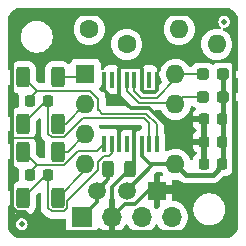
<source format=gtl>
G04 #@! TF.GenerationSoftware,KiCad,Pcbnew,8.0.2*
G04 #@! TF.CreationDate,2024-05-02T19:27:24+02:00*
G04 #@! TF.ProjectId,VR-Conditioner-MAX9926+reg,56522d43-6f6e-4646-9974-696f6e65722d,3.7*
G04 #@! TF.SameCoordinates,PX68c4118PY713e7a8*
G04 #@! TF.FileFunction,Copper,L1,Top*
G04 #@! TF.FilePolarity,Positive*
%FSLAX46Y46*%
G04 Gerber Fmt 4.6, Leading zero omitted, Abs format (unit mm)*
G04 Created by KiCad (PCBNEW 8.0.2) date 2024-05-02 19:27:24*
%MOMM*%
%LPD*%
G01*
G04 APERTURE LIST*
G04 Aperture macros list*
%AMRoundRect*
0 Rectangle with rounded corners*
0 $1 Rounding radius*
0 $2 $3 $4 $5 $6 $7 $8 $9 X,Y pos of 4 corners*
0 Add a 4 corners polygon primitive as box body*
4,1,4,$2,$3,$4,$5,$6,$7,$8,$9,$2,$3,0*
0 Add four circle primitives for the rounded corners*
1,1,$1+$1,$2,$3*
1,1,$1+$1,$4,$5*
1,1,$1+$1,$6,$7*
1,1,$1+$1,$8,$9*
0 Add four rect primitives between the rounded corners*
20,1,$1+$1,$2,$3,$4,$5,0*
20,1,$1+$1,$4,$5,$6,$7,0*
20,1,$1+$1,$6,$7,$8,$9,0*
20,1,$1+$1,$8,$9,$2,$3,0*%
G04 Aperture macros list end*
G04 #@! TA.AperFunction,ComponentPad*
%ADD10R,1.700000X1.700000*%
G04 #@! TD*
G04 #@! TA.AperFunction,ComponentPad*
%ADD11O,1.700000X1.700000*%
G04 #@! TD*
G04 #@! TA.AperFunction,SMDPad,CuDef*
%ADD12RoundRect,0.218750X0.218750X0.256250X-0.218750X0.256250X-0.218750X-0.256250X0.218750X-0.256250X0*%
G04 #@! TD*
G04 #@! TA.AperFunction,SMDPad,CuDef*
%ADD13RoundRect,0.218750X-0.218750X-0.256250X0.218750X-0.256250X0.218750X0.256250X-0.218750X0.256250X0*%
G04 #@! TD*
G04 #@! TA.AperFunction,SMDPad,CuDef*
%ADD14RoundRect,0.243750X-0.243750X-0.456250X0.243750X-0.456250X0.243750X0.456250X-0.243750X0.456250X0*%
G04 #@! TD*
G04 #@! TA.AperFunction,ComponentPad*
%ADD15R,1.500000X1.500000*%
G04 #@! TD*
G04 #@! TA.AperFunction,ComponentPad*
%ADD16C,1.500000*%
G04 #@! TD*
G04 #@! TA.AperFunction,ComponentPad*
%ADD17O,1.600000X1.600000*%
G04 #@! TD*
G04 #@! TA.AperFunction,ComponentPad*
%ADD18C,1.600000*%
G04 #@! TD*
G04 #@! TA.AperFunction,SMDPad,CuDef*
%ADD19R,0.354800X1.454899*%
G04 #@! TD*
G04 #@! TA.AperFunction,SMDPad,CuDef*
%ADD20RoundRect,0.237500X0.287500X0.237500X-0.287500X0.237500X-0.287500X-0.237500X0.287500X-0.237500X0*%
G04 #@! TD*
G04 #@! TA.AperFunction,ComponentPad*
%ADD21R,1.600000X1.600000*%
G04 #@! TD*
G04 #@! TA.AperFunction,SMDPad,CuDef*
%ADD22C,0.500000*%
G04 #@! TD*
G04 #@! TA.AperFunction,SMDPad,CuDef*
%ADD23RoundRect,0.250000X-0.312500X-0.625000X0.312500X-0.625000X0.312500X0.625000X-0.312500X0.625000X0*%
G04 #@! TD*
G04 #@! TA.AperFunction,ViaPad*
%ADD24C,0.600000*%
G04 #@! TD*
G04 #@! TA.AperFunction,Conductor*
%ADD25C,0.400000*%
G04 #@! TD*
G04 #@! TA.AperFunction,Conductor*
%ADD26C,0.300000*%
G04 #@! TD*
G04 #@! TA.AperFunction,Conductor*
%ADD27C,0.160000*%
G04 #@! TD*
G04 #@! TA.AperFunction,Conductor*
%ADD28C,0.200000*%
G04 #@! TD*
G04 APERTURE END LIST*
D10*
G04 #@! TO.P,J2,1,Pin_1*
G04 #@! TO.N,+12V*
X8890000Y4445000D03*
D11*
G04 #@! TO.P,J2,2,Pin_2*
G04 #@! TO.N,GND*
X11430000Y4445000D03*
G04 #@! TO.P,J2,3,Pin_3*
G04 #@! TO.N,/COUT2*
X13970000Y4445000D03*
G04 #@! TO.P,J2,4,Pin_4*
G04 #@! TO.N,/COUT1*
X16510000Y4445000D03*
G04 #@! TD*
D12*
G04 #@! TO.P,C20,2*
G04 #@! TO.N,Net-(U1-IN2+)*
X4483000Y8001000D03*
G04 #@! TO.P,C20,1*
G04 #@! TO.N,Net-(U1-IN2-)*
X6058000Y8001000D03*
G04 #@! TD*
D13*
G04 #@! TO.P,C10,2*
G04 #@! TO.N,Net-(U1-IN1-)*
X6058000Y14287500D03*
G04 #@! TO.P,C10,1*
G04 #@! TO.N,Net-(U1-IN1+)*
X4483000Y14287500D03*
G04 #@! TD*
D14*
G04 #@! TO.P,C4,2*
G04 #@! TO.N,GND*
X13002500Y8509000D03*
G04 #@! TO.P,C4,1*
G04 #@! TO.N,+12V*
X11127500Y8509000D03*
G04 #@! TD*
D12*
G04 #@! TO.P,C3,2*
G04 #@! TO.N,GND*
X19215000Y12700000D03*
G04 #@! TO.P,C3,1*
G04 #@! TO.N,VCC*
X20790000Y12700000D03*
G04 #@! TD*
G04 #@! TO.P,C2,2*
G04 #@! TO.N,GND*
X19215000Y10795000D03*
G04 #@! TO.P,C2,1*
G04 #@! TO.N,VCC*
X20790000Y10795000D03*
G04 #@! TD*
G04 #@! TO.P,C1,2*
G04 #@! TO.N,GND*
X19215000Y8890000D03*
G04 #@! TO.P,C1,1*
G04 #@! TO.N,VCC*
X20790000Y8890000D03*
G04 #@! TD*
D15*
G04 #@! TO.P,U2,1,GND*
G04 #@! TO.N,GND*
X15240000Y6650000D03*
D16*
G04 #@! TO.P,U2,3,VI*
G04 #@! TO.N,+12V*
X10160000Y6650000D03*
G04 #@! TO.P,U2,2,VO*
G04 #@! TO.N,VCC*
X12700000Y6650000D03*
G04 #@! TD*
D17*
G04 #@! TO.P,R23,2*
G04 #@! TO.N,Net-(J1-Pin_4)*
X20320000Y19050000D03*
D18*
G04 #@! TO.P,R23,1*
G04 #@! TO.N,Net-(J1-Pin_3)*
X12700000Y19050000D03*
G04 #@! TD*
D17*
G04 #@! TO.P,R13,2*
G04 #@! TO.N,Net-(J1-Pin_2)*
X17145000Y20320000D03*
D18*
G04 #@! TO.P,R13,1*
G04 #@! TO.N,Net-(J1-Pin_1)*
X9525000Y20320000D03*
G04 #@! TD*
D19*
G04 #@! TO.P,U1,16,IN1+*
G04 #@! TO.N,Net-(U1-IN1+)*
X15240000Y10613652D03*
G04 #@! TO.P,U1,15,IN1-*
G04 #@! TO.N,Net-(U1-IN1-)*
X14605000Y10613652D03*
G04 #@! TO.P,U1,14,VCC*
G04 #@! TO.N,VCC*
X13970000Y10613652D03*
G04 #@! TO.P,U1,13,ZERO_EN*
G04 #@! TO.N,GND*
X13335000Y10613652D03*
G04 #@! TO.P,U1,12,DIRN*
G04 #@! TO.N,unconnected-(U1-DIRN-Pad12)*
X12700000Y10613652D03*
G04 #@! TO.P,U1,11,GND*
G04 #@! TO.N,GND*
X12065000Y10613652D03*
G04 #@! TO.P,U1,10,IN2-*
G04 #@! TO.N,Net-(U1-IN2-)*
X11430000Y10613652D03*
G04 #@! TO.P,U1,9,IN2+*
G04 #@! TO.N,Net-(U1-IN2+)*
X10795000Y10613652D03*
G04 #@! TO.P,U1,8,INT_THRS2*
G04 #@! TO.N,GND*
X10795000Y16056348D03*
G04 #@! TO.P,U1,7,EXT2*
G04 #@! TO.N,unconnected-(U1-EXT2-Pad7)*
X11430000Y16056348D03*
G04 #@! TO.P,U1,6,BIAS2*
G04 #@! TO.N,GND*
X12065000Y16056348D03*
G04 #@! TO.P,U1,5,COUT2*
G04 #@! TO.N,/COUT2*
X12700000Y16056348D03*
G04 #@! TO.P,U1,4,COUT1*
G04 #@! TO.N,/COUT1*
X13335000Y16056348D03*
G04 #@! TO.P,U1,3,BIAS1*
G04 #@! TO.N,GND*
X13970000Y16056348D03*
G04 #@! TO.P,U1,2,EXT1*
G04 #@! TO.N,unconnected-(U1-EXT1-Pad2)*
X14605000Y16056348D03*
G04 #@! TO.P,U1,1,INT_THRS1*
G04 #@! TO.N,GND*
X15240000Y16056348D03*
G04 #@! TD*
D20*
G04 #@! TO.P,R20,2*
G04 #@! TO.N,/COUT2*
X19127500Y14605000D03*
G04 #@! TO.P,R20,1*
G04 #@! TO.N,VCC*
X20877500Y14605000D03*
G04 #@! TD*
G04 #@! TO.P,R10,2*
G04 #@! TO.N,/COUT1*
X19127500Y16510000D03*
G04 #@! TO.P,R10,1*
G04 #@! TO.N,VCC*
X20877500Y16510000D03*
G04 #@! TD*
D17*
G04 #@! TO.P,J1,8,Pin_8*
G04 #@! TO.N,/COUT1*
X16827500Y16510000D03*
G04 #@! TO.P,J1,4,Pin_4*
G04 #@! TO.N,Net-(J1-Pin_4)*
X9207500Y8890000D03*
G04 #@! TO.P,J1,7,Pin_7*
G04 #@! TO.N,/COUT2*
X16827500Y13970000D03*
G04 #@! TO.P,J1,3,Pin_3*
G04 #@! TO.N,Net-(J1-Pin_3)*
X9207500Y11430000D03*
G04 #@! TO.P,J1,6,Pin_6*
G04 #@! TO.N,GND*
X16827500Y11430000D03*
G04 #@! TO.P,J1,2,Pin_2*
G04 #@! TO.N,Net-(J1-Pin_2)*
X9207500Y13970000D03*
G04 #@! TO.P,J1,5,Pin_5*
G04 #@! TO.N,VCC*
X16827500Y8890000D03*
D21*
G04 #@! TO.P,J1,1,Pin_1*
G04 #@! TO.N,Net-(J1-Pin_1)*
X9207500Y16510000D03*
G04 #@! TD*
D22*
G04 #@! TO.P,FID2,*
G04 #@! TO.N,*
X20955000Y20955000D03*
G04 #@! TD*
G04 #@! TO.P,FID1,*
G04 #@! TO.N,*
X3810000Y3810000D03*
G04 #@! TD*
D23*
G04 #@! TO.P,R1,2*
G04 #@! TO.N,Net-(J1-Pin_2)*
X6860000Y12319000D03*
G04 #@! TO.P,R1,1*
G04 #@! TO.N,Net-(U1-IN1-)*
X3935000Y12319000D03*
G04 #@! TD*
G04 #@! TO.P,R2,1*
G04 #@! TO.N,Net-(U1-IN2-)*
X3935000Y6032500D03*
G04 #@! TO.P,R2,2*
G04 #@! TO.N,Net-(J1-Pin_4)*
X6860000Y6032500D03*
G04 #@! TD*
G04 #@! TO.P,R3,2*
G04 #@! TO.N,Net-(J1-Pin_3)*
X6860000Y9969500D03*
G04 #@! TO.P,R3,1*
G04 #@! TO.N,Net-(U1-IN2+)*
X3935000Y9969500D03*
G04 #@! TD*
G04 #@! TO.P,R12,1*
G04 #@! TO.N,Net-(U1-IN1+)*
X3935000Y16256000D03*
G04 #@! TO.P,R12,2*
G04 #@! TO.N,Net-(J1-Pin_1)*
X6860000Y16256000D03*
G04 #@! TD*
D24*
G04 #@! TO.N,GND*
X13652500Y11972990D03*
X19685000Y6985000D03*
X6985000Y19685000D03*
X7089999Y3914999D03*
X18415000Y19050000D03*
X5169010Y11138010D03*
G04 #@! TD*
D25*
G04 #@! TO.N,GND*
X19127500Y10795000D02*
X19127500Y12700000D01*
X19127500Y10795000D02*
X19127500Y8890000D01*
D26*
X12065000Y15156496D02*
X12065000Y16056348D01*
X15062401Y14978897D02*
X15240000Y15156496D01*
X14147599Y14978897D02*
X15062401Y14978897D01*
X15240000Y15156496D02*
X15240000Y16056348D01*
X13970000Y15156496D02*
X14147599Y14978897D01*
X13970000Y16056348D02*
X13970000Y15156496D01*
X12065000Y16956199D02*
X12242599Y17133798D01*
X13792401Y17133798D02*
X13970000Y16956199D01*
X12065000Y16056348D02*
X12065000Y16956199D01*
X13970000Y16956199D02*
X13970000Y16056348D01*
X12242599Y17133798D02*
X13792401Y17133798D01*
X13335000Y11641101D02*
X13335000Y10613652D01*
X17462500Y10795000D02*
X16827500Y11430000D01*
X19127500Y10795000D02*
X17462500Y10795000D01*
X13335000Y10613652D02*
X13335000Y11655490D01*
X13335000Y11655490D02*
X13652500Y11972990D01*
X12065000Y15156496D02*
X12065000Y15127489D01*
X13362497Y5549999D02*
X14462498Y6650000D01*
X12534999Y5549999D02*
X13362497Y5549999D01*
X11430000Y4445000D02*
X12534999Y5549999D01*
X19685000Y6985000D02*
X19685000Y6985000D01*
X13335000Y8841500D02*
X13002500Y8509000D01*
X13335000Y10613652D02*
X13335000Y8841500D01*
X11430000Y6936500D02*
X11430000Y4445000D01*
X13002500Y8509000D02*
X11430000Y6936500D01*
X12065000Y14605000D02*
X12065000Y14605000D01*
X12065000Y15156496D02*
X12065000Y14605000D01*
X11346496Y14605000D02*
X10795000Y15156496D01*
X10795000Y15156496D02*
X10795000Y16056348D01*
X12065000Y14605000D02*
X11346496Y14605000D01*
X6985000Y18415000D02*
X6985000Y19685000D01*
X6350000Y17780000D02*
X6985000Y18415000D01*
X3175000Y17780000D02*
X6350000Y17780000D01*
X3022490Y17627490D02*
X3175000Y17780000D01*
X6985000Y19685000D02*
X6985000Y20955000D01*
X6985000Y20955000D02*
X7620000Y21590000D01*
X7620000Y21590000D02*
X19050000Y21590000D01*
X19050000Y21590000D02*
X19685000Y20955000D01*
X21752510Y17617490D02*
X21752510Y7782510D01*
X20955000Y6985000D02*
X19685000Y6985000D01*
X21752510Y7782510D02*
X20955000Y6985000D01*
X21590000Y17780000D02*
X21752510Y17617490D01*
X3022490Y11138010D02*
X3022490Y17627490D01*
D27*
X4343510Y11138010D02*
X5169010Y11138010D01*
X4453540Y11138010D02*
X4343510Y11138010D01*
X4343510Y11138010D02*
X3022490Y11138010D01*
X5169010Y11138010D02*
X5169010Y11138010D01*
D26*
X13032979Y13637021D02*
X14620479Y13637021D01*
X14620479Y13637021D02*
X14732000Y13525500D01*
X12065000Y14605000D02*
X13032979Y13637021D01*
X14732000Y13525500D02*
X16827500Y11430000D01*
X21018500Y3175000D02*
X21590000Y3746500D01*
X4730750Y3333750D02*
X4889500Y3175000D01*
X4082510Y4807490D02*
X4730750Y4159250D01*
X4889500Y3175000D02*
X21018500Y3175000D01*
X3373964Y4807490D02*
X4082510Y4807490D01*
X3022490Y5158964D02*
X3373964Y4807490D01*
X4730750Y4159250D02*
X4730750Y3333750D01*
X3022490Y11138010D02*
X3022490Y5158964D01*
X12065000Y11641101D02*
X12396889Y11972990D01*
X12396889Y11972990D02*
X12792010Y11972990D01*
X12792010Y11972990D02*
X12607990Y11972990D01*
X12065000Y10613652D02*
X12065000Y11641101D01*
X13652500Y11972990D02*
X12792010Y11972990D01*
X15575000Y6985000D02*
X15240000Y6650000D01*
X19685000Y6985000D02*
X15575000Y6985000D01*
X15240000Y6650000D02*
X14462498Y6650000D01*
D28*
G04 #@! TO.N,VCC*
X20877500Y12700000D02*
X20877500Y12545000D01*
D25*
X20877500Y16510000D02*
X20877500Y14605000D01*
X20877500Y14605000D02*
X20877500Y12700000D01*
X20877500Y12700000D02*
X20877500Y10795000D01*
X20877500Y10795000D02*
X20877500Y8890000D01*
D28*
X16827500Y8890000D02*
X17227510Y8489990D01*
D25*
X20877500Y8890000D02*
X20002490Y8014990D01*
D26*
X16321498Y8890000D02*
X16827500Y8890000D01*
X15257500Y8890000D02*
X16827500Y8890000D01*
D25*
X17702510Y8014990D02*
X16827500Y8890000D01*
X20002490Y8014990D02*
X17702510Y8014990D01*
D26*
X14940000Y8890000D02*
X15240000Y8890000D01*
X12700000Y6650000D02*
X14940000Y8890000D01*
X15240000Y8890000D02*
X16827500Y8890000D01*
X14666203Y8890000D02*
X14940000Y8890000D01*
X13970000Y9586203D02*
X14666203Y8890000D01*
X13970000Y10613652D02*
X13970000Y9586203D01*
D28*
G04 #@! TO.N,Net-(U1-IN1-)*
X14605000Y10613652D02*
X14605000Y12382500D01*
X14605000Y12382500D02*
X14160500Y12827000D01*
X5903500Y14287500D02*
X3935000Y12319000D01*
X6058000Y14287500D02*
X5903500Y14287500D01*
X14160500Y12827000D02*
X10033000Y12827000D01*
X10033000Y12827000D02*
X9017000Y12827000D01*
X7383756Y11183990D02*
X9026766Y12827000D01*
X6037490Y11482744D02*
X6336244Y11183990D01*
X9026766Y12827000D02*
X10033000Y12827000D01*
X6336244Y11183990D02*
X7383756Y11183990D01*
X6037490Y13155256D02*
X6037490Y11482744D01*
X6058000Y13175766D02*
X6037490Y13155256D01*
X6058000Y14287500D02*
X6058000Y13175766D01*
G04 #@! TO.N,Net-(U1-IN1+)*
X4483000Y15708000D02*
X3935000Y16256000D01*
X3935000Y16256000D02*
X5070010Y15120990D01*
X4483000Y14533980D02*
X5070010Y15120990D01*
X4483000Y14287500D02*
X4483000Y14533980D01*
X14309621Y13187011D02*
X15240000Y12256632D01*
X10307989Y13482989D02*
X10351033Y13482989D01*
X10307989Y14438313D02*
X10307989Y13482989D01*
X15240000Y12256632D02*
X15240000Y10613652D01*
X9625312Y15120990D02*
X10307989Y14438313D01*
X10647011Y13187011D02*
X14309621Y13187011D01*
X10351033Y13482989D02*
X10647011Y13187011D01*
X5070010Y15120990D02*
X9625312Y15120990D01*
G04 #@! TO.N,Net-(U1-IN2+)*
X10795000Y10613652D02*
X10214348Y10033000D01*
X4292500Y9612000D02*
X3935000Y9969500D01*
X10214348Y10033000D02*
X8582266Y10033000D01*
X7383756Y8834490D02*
X7529633Y8980367D01*
X5070010Y8834490D02*
X7383756Y8834490D01*
X4729750Y9174750D02*
X5070010Y8834490D01*
X3935000Y9969500D02*
X4729750Y9174750D01*
X8582266Y10033000D02*
X7529633Y8980367D01*
X4483000Y8247480D02*
X5070010Y8834490D01*
X4483000Y8001000D02*
X4483000Y8247480D01*
G04 #@! TO.N,Net-(U1-IN2-)*
X5903500Y8001000D02*
X3935000Y6032500D01*
X6058000Y8001000D02*
X5903500Y8001000D01*
X7383756Y4897490D02*
X7682510Y5196244D01*
X10775707Y9626201D02*
X11180401Y9626201D01*
X11430000Y9875800D02*
X11430000Y10613652D01*
X10267501Y9117995D02*
X10775707Y9626201D01*
X6058000Y8001000D02*
X6058000Y6889266D01*
X7682510Y5196244D02*
X7682510Y5777510D01*
X6336244Y4897490D02*
X7383756Y4897490D01*
X6037490Y5196244D02*
X6336244Y4897490D01*
X10267501Y8362501D02*
X10267501Y9117995D01*
X11180401Y9626201D02*
X11430000Y9875800D01*
X6037490Y6868756D02*
X6037490Y5196244D01*
X6058000Y6889266D02*
X6037490Y6868756D01*
X7682510Y5777510D02*
X10267501Y8362501D01*
G04 #@! TO.N,Net-(J1-Pin_4)*
X9207500Y8380000D02*
X9207500Y8890000D01*
X6860000Y6032500D02*
X9207500Y8380000D01*
D27*
G04 #@! TO.N,Net-(J1-Pin_3)*
X7747000Y9969500D02*
X9207500Y11430000D01*
X6860000Y9969500D02*
X7747000Y9969500D01*
D28*
G04 #@! TO.N,Net-(J1-Pin_2)*
X7556500Y12319000D02*
X9207500Y13970000D01*
X6860000Y12319000D02*
X7556500Y12319000D01*
G04 #@! TO.N,Net-(J1-Pin_1)*
X8953500Y16256000D02*
X9207500Y16510000D01*
X6860000Y16256000D02*
X8953500Y16256000D01*
D27*
G04 #@! TO.N,/COUT1*
X16827500Y16234996D02*
X16827500Y16510000D01*
D28*
X13935012Y14528887D02*
X15248802Y14528888D01*
X15248802Y14528888D02*
X16827500Y16107586D01*
X13335000Y15128899D02*
X13935012Y14528887D01*
X16827500Y16107586D02*
X16827500Y16510000D01*
X13335000Y16056348D02*
X13335000Y15128899D01*
X19127500Y16510000D02*
X16827500Y16510000D01*
G04 #@! TO.N,/COUT2*
X17462500Y14605000D02*
X16827500Y13970000D01*
X19127500Y14605000D02*
X17462500Y14605000D01*
X12700000Y15128899D02*
X13741866Y14087033D01*
X16710467Y14087033D02*
X16827500Y13970000D01*
X12700000Y16056348D02*
X12700000Y15128899D01*
X13741866Y14087033D02*
X16710467Y14087033D01*
D26*
G04 #@! TO.N,+12V*
X10160000Y5715000D02*
X8890000Y4445000D01*
X10160000Y6650000D02*
X10160000Y5715000D01*
X11127500Y7617500D02*
X10160000Y6650000D01*
X11127500Y8509000D02*
X11127500Y7617500D01*
G04 #@! TD*
G04 #@! TA.AperFunction,Conductor*
G04 #@! TO.N,GND*
G36*
X22067139Y14306185D02*
G01*
X22124116Y14263828D01*
X22149148Y14197390D01*
X22149500Y14187983D01*
X22149500Y3814956D01*
X22149112Y3805070D01*
X22135571Y3633025D01*
X22132478Y3613497D01*
X22093351Y3450521D01*
X22087241Y3431717D01*
X22023102Y3276872D01*
X22014126Y3259255D01*
X21926549Y3116342D01*
X21914927Y3100347D01*
X21806079Y2972902D01*
X21792098Y2958921D01*
X21664653Y2850073D01*
X21648658Y2838451D01*
X21505745Y2750874D01*
X21488128Y2741898D01*
X21333283Y2677759D01*
X21314479Y2671649D01*
X21151503Y2632522D01*
X21131975Y2629429D01*
X20959930Y2615888D01*
X20950044Y2615500D01*
X3814956Y2615500D01*
X3805070Y2615888D01*
X3633024Y2629429D01*
X3613496Y2632522D01*
X3450520Y2671649D01*
X3431716Y2677759D01*
X3276871Y2741898D01*
X3259254Y2750874D01*
X3116341Y2838451D01*
X3100346Y2850073D01*
X2972901Y2958921D01*
X2958920Y2972902D01*
X2861898Y3086500D01*
X2850070Y3100349D01*
X2838450Y3116342D01*
X2789232Y3196658D01*
X2750872Y3259256D01*
X2741897Y3276872D01*
X2730738Y3303811D01*
X2677757Y3431718D01*
X2671648Y3450521D01*
X2632521Y3613497D01*
X2629428Y3633025D01*
X2615888Y3805070D01*
X2615695Y3810000D01*
X3304353Y3810000D01*
X3324835Y3667543D01*
X3384623Y3536627D01*
X3467588Y3440879D01*
X3478873Y3427856D01*
X3539409Y3388952D01*
X3599947Y3350047D01*
X3738039Y3309500D01*
X3881961Y3309500D01*
X4020053Y3350047D01*
X4141128Y3427857D01*
X4235377Y3536627D01*
X4295165Y3667543D01*
X4315647Y3810000D01*
X4295165Y3952457D01*
X4235377Y4083373D01*
X4141128Y4192143D01*
X4141127Y4192144D01*
X4141126Y4192145D01*
X4020053Y4269953D01*
X3881961Y4310500D01*
X3738039Y4310500D01*
X3599946Y4269953D01*
X3478873Y4192145D01*
X3384623Y4083374D01*
X3347636Y4002384D01*
X3324835Y3952457D01*
X3304353Y3810000D01*
X2615695Y3810000D01*
X2615500Y3814956D01*
X2615500Y5316282D01*
X2635502Y5384403D01*
X2689158Y5430896D01*
X2759432Y5441000D01*
X2824012Y5411506D01*
X2862396Y5351780D01*
X2866848Y5329087D01*
X2874612Y5253075D01*
X2930385Y5084762D01*
X3023470Y4933848D01*
X3023475Y4933842D01*
X3148841Y4808476D01*
X3148847Y4808471D01*
X3148848Y4808470D01*
X3299762Y4715385D01*
X3468074Y4659613D01*
X3571955Y4649000D01*
X4298044Y4649001D01*
X4401926Y4659613D01*
X4570238Y4715385D01*
X4721152Y4808470D01*
X4846530Y4933848D01*
X4939615Y5084762D01*
X4995387Y5253074D01*
X5006000Y5356955D01*
X5005999Y6190761D01*
X5026001Y6258881D01*
X5042904Y6279855D01*
X5213895Y6450846D01*
X5276207Y6484872D01*
X5347022Y6479807D01*
X5403858Y6437260D01*
X5428669Y6370740D01*
X5428990Y6361751D01*
X5428990Y5276354D01*
X5428990Y5116134D01*
X5470458Y4961371D01*
X5470459Y4961369D01*
X5470460Y4961367D01*
X5550565Y4822621D01*
X5550573Y4822611D01*
X5962610Y4410574D01*
X5962615Y4410570D01*
X5962617Y4410568D01*
X6101371Y4330458D01*
X6175856Y4310500D01*
X6256133Y4288990D01*
X6256134Y4288990D01*
X7405500Y4288990D01*
X7473621Y4268988D01*
X7520114Y4215332D01*
X7531500Y4162990D01*
X7531500Y3546351D01*
X7538009Y3485804D01*
X7538011Y3485796D01*
X7589110Y3348798D01*
X7589112Y3348793D01*
X7676738Y3231739D01*
X7793792Y3144113D01*
X7793794Y3144112D01*
X7793796Y3144111D01*
X7847600Y3124043D01*
X7930795Y3093012D01*
X7930803Y3093010D01*
X7991350Y3086501D01*
X7991355Y3086501D01*
X7991362Y3086500D01*
X7991368Y3086500D01*
X9788632Y3086500D01*
X9788638Y3086500D01*
X9788645Y3086501D01*
X9788649Y3086501D01*
X9849196Y3093010D01*
X9849199Y3093011D01*
X9849201Y3093011D01*
X9986204Y3144111D01*
X10056399Y3196658D01*
X10103261Y3231739D01*
X10190886Y3348792D01*
X10190885Y3348792D01*
X10190889Y3348796D01*
X10235196Y3467587D01*
X10277741Y3524419D01*
X10344262Y3549230D01*
X10413636Y3534138D01*
X10445952Y3508888D01*
X10507097Y3442466D01*
X10684698Y3304233D01*
X10684699Y3304232D01*
X10882628Y3197118D01*
X10882630Y3197117D01*
X11095483Y3124045D01*
X11095492Y3124043D01*
X11176000Y3110609D01*
X11176000Y4014298D01*
X11237007Y3979075D01*
X11364174Y3945000D01*
X11495826Y3945000D01*
X11622993Y3979075D01*
X11684000Y4014298D01*
X11684000Y3110610D01*
X11764507Y3124043D01*
X11764516Y3124045D01*
X11977369Y3197117D01*
X11977371Y3197118D01*
X12175300Y3304232D01*
X12175301Y3304233D01*
X12352902Y3442466D01*
X12505327Y3608045D01*
X12594217Y3744101D01*
X12648220Y3790190D01*
X12718568Y3799765D01*
X12782925Y3769788D01*
X12805183Y3744102D01*
X12894279Y3607730D01*
X13046762Y3442092D01*
X13101331Y3399619D01*
X13224424Y3303811D01*
X13422426Y3196658D01*
X13422427Y3196658D01*
X13422428Y3196657D01*
X13534227Y3158277D01*
X13635365Y3123556D01*
X13857431Y3086500D01*
X13857435Y3086500D01*
X14082565Y3086500D01*
X14082569Y3086500D01*
X14304635Y3123556D01*
X14517574Y3196658D01*
X14715576Y3303811D01*
X14893240Y3442094D01*
X15045722Y3607732D01*
X15045927Y3608045D01*
X15084799Y3667544D01*
X15134518Y3743646D01*
X15188520Y3789732D01*
X15258868Y3799308D01*
X15323225Y3769331D01*
X15345480Y3743647D01*
X15371313Y3704107D01*
X15434275Y3607735D01*
X15434279Y3607730D01*
X15586762Y3442092D01*
X15641331Y3399619D01*
X15764424Y3303811D01*
X15962426Y3196658D01*
X15962427Y3196658D01*
X15962428Y3196657D01*
X16074227Y3158277D01*
X16175365Y3123556D01*
X16397431Y3086500D01*
X16397435Y3086500D01*
X16622565Y3086500D01*
X16622569Y3086500D01*
X16844635Y3123556D01*
X17057574Y3196658D01*
X17255576Y3303811D01*
X17433240Y3442094D01*
X17585722Y3607732D01*
X17585927Y3608045D01*
X17648687Y3704107D01*
X17708860Y3796209D01*
X17799296Y4002384D01*
X17854564Y4220632D01*
X17873156Y4445000D01*
X17854564Y4669368D01*
X17830662Y4763754D01*
X17799297Y4887613D01*
X17799296Y4887614D01*
X17799296Y4887616D01*
X17708860Y5093791D01*
X17694261Y5116136D01*
X17648430Y5186287D01*
X18334500Y5186287D01*
X18334500Y4973713D01*
X18367754Y4763757D01*
X18433443Y4561588D01*
X18529949Y4372184D01*
X18529951Y4372181D01*
X18560840Y4329666D01*
X18654896Y4200208D01*
X18654898Y4200206D01*
X18654900Y4200203D01*
X18805202Y4049901D01*
X18805205Y4049899D01*
X18805208Y4049896D01*
X18977184Y3924949D01*
X19166588Y3828443D01*
X19368757Y3762754D01*
X19578713Y3729500D01*
X19578716Y3729500D01*
X19791284Y3729500D01*
X19791287Y3729500D01*
X20001243Y3762754D01*
X20203412Y3828443D01*
X20392816Y3924949D01*
X20564792Y4049896D01*
X20715104Y4200208D01*
X20840051Y4372184D01*
X20936557Y4561588D01*
X21002246Y4763757D01*
X21035500Y4973713D01*
X21035500Y5186287D01*
X21002246Y5396243D01*
X20936557Y5598412D01*
X20840051Y5787816D01*
X20715104Y5959792D01*
X20715101Y5959795D01*
X20715099Y5959798D01*
X20564797Y6110100D01*
X20564794Y6110102D01*
X20564792Y6110104D01*
X20426333Y6210700D01*
X20392819Y6235049D01*
X20392818Y6235050D01*
X20392816Y6235051D01*
X20203412Y6331557D01*
X20001243Y6397246D01*
X19791287Y6430500D01*
X19578713Y6430500D01*
X19368757Y6397246D01*
X19368754Y6397246D01*
X19368753Y6397245D01*
X19166588Y6331557D01*
X19166586Y6331556D01*
X18977180Y6235049D01*
X18805205Y6110102D01*
X18805202Y6110100D01*
X18654900Y5959798D01*
X18654898Y5959795D01*
X18529951Y5787820D01*
X18433444Y5598414D01*
X18433443Y5598412D01*
X18367776Y5396310D01*
X18367754Y5396243D01*
X18334500Y5186287D01*
X17648430Y5186287D01*
X17585724Y5282266D01*
X17585720Y5282271D01*
X17433237Y5447909D01*
X17294434Y5555944D01*
X17255576Y5586189D01*
X17057574Y5693342D01*
X17057572Y5693343D01*
X17057571Y5693344D01*
X16844639Y5766443D01*
X16844630Y5766445D01*
X16800539Y5773803D01*
X16622569Y5803500D01*
X16622565Y5803500D01*
X16622559Y5803501D01*
X16617371Y5803931D01*
X16617493Y5805411D01*
X16555879Y5823502D01*
X16509386Y5877158D01*
X16498000Y5929500D01*
X16498000Y6396000D01*
X15551686Y6396000D01*
X15560080Y6404394D01*
X15612741Y6495606D01*
X15640000Y6597339D01*
X15640000Y6702661D01*
X15612741Y6804394D01*
X15560080Y6895606D01*
X15551686Y6904000D01*
X16498000Y6904000D01*
X16498000Y7448586D01*
X16497999Y7448599D01*
X16497368Y7454467D01*
X16509969Y7524337D01*
X16558344Y7576302D01*
X16627134Y7593864D01*
X16633614Y7593465D01*
X16717436Y7586132D01*
X16827495Y7576502D01*
X16827500Y7576502D01*
X16827505Y7576502D01*
X16936989Y7586082D01*
X17055434Y7596444D01*
X17125038Y7582456D01*
X17155507Y7560022D01*
X17250867Y7464662D01*
X17366909Y7387125D01*
X17457467Y7349615D01*
X17495848Y7333717D01*
X17564288Y7320104D01*
X17632728Y7306490D01*
X17632729Y7306490D01*
X17632733Y7306490D01*
X20072267Y7306490D01*
X20072272Y7306490D01*
X20140711Y7320104D01*
X20209152Y7333717D01*
X20247533Y7349615D01*
X20338091Y7387125D01*
X20454133Y7464662D01*
X20859066Y7869597D01*
X20921379Y7903621D01*
X20948162Y7906501D01*
X21057210Y7906501D01*
X21156814Y7916676D01*
X21318192Y7970151D01*
X21462887Y8059400D01*
X21583100Y8179613D01*
X21672349Y8324308D01*
X21725824Y8485686D01*
X21736000Y8585289D01*
X21735999Y9194710D01*
X21725824Y9294314D01*
X21672349Y9455692D01*
X21660802Y9474413D01*
X21604759Y9565274D01*
X21586000Y9631420D01*
X21586000Y10053582D01*
X21604758Y10119728D01*
X21672349Y10229308D01*
X21725824Y10390686D01*
X21736000Y10490289D01*
X21735999Y11099710D01*
X21725824Y11199314D01*
X21672349Y11360692D01*
X21646478Y11402636D01*
X21604759Y11470274D01*
X21586000Y11536420D01*
X21586000Y11958582D01*
X21604758Y12024728D01*
X21672349Y12134308D01*
X21725824Y12295686D01*
X21736000Y12395289D01*
X21735999Y13004710D01*
X21725824Y13104314D01*
X21672349Y13265692D01*
X21660802Y13284413D01*
X21604759Y13375274D01*
X21586000Y13441420D01*
X21586000Y13681882D01*
X21606002Y13750003D01*
X21626358Y13772451D01*
X21625657Y13773152D01*
X21754152Y13901648D01*
X21754158Y13901654D01*
X21845709Y14050080D01*
X21900562Y14215619D01*
X21900562Y14215623D01*
X21902725Y14222149D01*
X21904240Y14221647D01*
X21934108Y14276781D01*
X21996307Y14311014D01*
X22067139Y14306185D01*
G37*
G04 #@! TD.AperFunction*
G04 #@! TA.AperFunction,Conductor*
G36*
X11498959Y6202974D02*
G01*
X11544195Y6150768D01*
X11605944Y6018346D01*
X11668155Y5929500D01*
X11674112Y5920993D01*
X11696800Y5853719D01*
X11684000Y5802726D01*
X11684000Y4875703D01*
X11622993Y4910925D01*
X11495826Y4945000D01*
X11364174Y4945000D01*
X11237007Y4910925D01*
X11176000Y4875703D01*
X11176000Y5800647D01*
X11168611Y5811864D01*
X11167812Y5882857D01*
X11185884Y5920988D01*
X11254056Y6018346D01*
X11315805Y6150768D01*
X11362722Y6204054D01*
X11430999Y6223515D01*
X11498959Y6202974D01*
G37*
G04 #@! TD.AperFunction*
G04 #@! TA.AperFunction,Conductor*
G36*
X15494000Y5396310D02*
G01*
X15473998Y5328189D01*
X15460702Y5310973D01*
X15434280Y5282271D01*
X15434279Y5282271D01*
X15345483Y5146357D01*
X15291479Y5100269D01*
X15221131Y5090694D01*
X15156774Y5120671D01*
X15134517Y5146357D01*
X15045720Y5282271D01*
X15019298Y5310973D01*
X14987878Y5374638D01*
X14986000Y5396310D01*
X14986000Y6338314D01*
X14994394Y6329920D01*
X15085606Y6277259D01*
X15187339Y6250000D01*
X15292661Y6250000D01*
X15394394Y6277259D01*
X15485606Y6329920D01*
X15494000Y6338314D01*
X15494000Y5396310D01*
G37*
G04 #@! TD.AperFunction*
G04 #@! TA.AperFunction,Conductor*
G36*
X2824012Y9348506D02*
G01*
X2862396Y9288780D01*
X2866848Y9266087D01*
X2874612Y9190075D01*
X2930385Y9021762D01*
X3023470Y8870848D01*
X3023475Y8870842D01*
X3148841Y8745476D01*
X3148847Y8745471D01*
X3148848Y8745470D01*
X3299762Y8652385D01*
X3468074Y8596613D01*
X3468076Y8596613D01*
X3474603Y8594450D01*
X3473812Y8592066D01*
X3526107Y8563739D01*
X3560342Y8501542D01*
X3556917Y8434714D01*
X3547176Y8405317D01*
X3547175Y8405314D01*
X3537000Y8305720D01*
X3537000Y7696290D01*
X3547175Y7596689D01*
X3556917Y7567290D01*
X3559357Y7496335D01*
X3523048Y7435325D01*
X3473880Y7409738D01*
X3474605Y7407551D01*
X3299761Y7349615D01*
X3148847Y7256530D01*
X3148841Y7256525D01*
X3023475Y7131159D01*
X3023470Y7131153D01*
X2930385Y6980238D01*
X2874613Y6811928D01*
X2874612Y6811921D01*
X2866847Y6735919D01*
X2840025Y6670184D01*
X2781921Y6629386D01*
X2710984Y6626477D01*
X2649736Y6662382D01*
X2617622Y6725700D01*
X2615500Y6748726D01*
X2615500Y9253282D01*
X2635502Y9321403D01*
X2689158Y9367896D01*
X2759432Y9378000D01*
X2824012Y9348506D01*
G37*
G04 #@! TD.AperFunction*
G04 #@! TA.AperFunction,Conductor*
G36*
X15693733Y8211498D02*
G01*
X15728823Y8177773D01*
X15764678Y8126568D01*
X15778890Y8106270D01*
X15801577Y8038996D01*
X15784291Y7970135D01*
X15732521Y7921552D01*
X15675676Y7908000D01*
X15494000Y7908000D01*
X15494000Y6961686D01*
X15485606Y6970080D01*
X15394394Y7022741D01*
X15292661Y7050000D01*
X15187339Y7050000D01*
X15085606Y7022741D01*
X14994394Y6970080D01*
X14986000Y6961686D01*
X14986000Y7952551D01*
X15006002Y8020672D01*
X15022905Y8041646D01*
X15175854Y8194595D01*
X15238166Y8228621D01*
X15264949Y8231500D01*
X15625612Y8231500D01*
X15693733Y8211498D01*
G37*
G04 #@! TD.AperFunction*
G04 #@! TA.AperFunction,Conductor*
G36*
X18335401Y13817094D02*
G01*
X18374147Y13778348D01*
X18374153Y13778343D01*
X18374154Y13778342D01*
X18496075Y13703140D01*
X18543553Y13650354D01*
X18554956Y13580279D01*
X18526663Y13515163D01*
X18519024Y13506804D01*
X18422295Y13410075D01*
X18333107Y13265480D01*
X18279669Y13104211D01*
X18279668Y13104207D01*
X18269500Y13004682D01*
X18269500Y12954000D01*
X19343000Y12954000D01*
X19411121Y12933998D01*
X19457614Y12880342D01*
X19469000Y12828000D01*
X19469000Y8849490D01*
X19448998Y8781369D01*
X19395342Y8734876D01*
X19343000Y8723490D01*
X19087000Y8723490D01*
X19018879Y8743492D01*
X18972386Y8797148D01*
X18961000Y8849490D01*
X18961000Y10541000D01*
X18269501Y10541000D01*
X18269501Y10490327D01*
X18279668Y10390792D01*
X18333107Y10229522D01*
X18422295Y10084926D01*
X18422300Y10084920D01*
X18542419Y9964801D01*
X18542428Y9964794D01*
X18566833Y9949740D01*
X18614311Y9896953D01*
X18625713Y9826878D01*
X18597419Y9761763D01*
X18566833Y9735260D01*
X18542428Y9720207D01*
X18542419Y9720200D01*
X18422300Y9600081D01*
X18422295Y9600075D01*
X18333105Y9455476D01*
X18297640Y9348448D01*
X18257226Y9290076D01*
X18191670Y9262821D01*
X18121785Y9275334D01*
X18069759Y9323644D01*
X18063841Y9334832D01*
X17965024Y9546748D01*
X17833700Y9734297D01*
X17833695Y9734303D01*
X17671802Y9896196D01*
X17671796Y9896201D01*
X17484249Y10027523D01*
X17276746Y10124283D01*
X17276740Y10124285D01*
X17183271Y10149330D01*
X17055587Y10183543D01*
X16827500Y10203498D01*
X16599413Y10183543D01*
X16378259Y10124285D01*
X16378253Y10124283D01*
X16170751Y10027524D01*
X16124170Y9994907D01*
X16056896Y9972220D01*
X15988036Y9989505D01*
X15939452Y10041275D01*
X15925900Y10098121D01*
X15925900Y11099682D01*
X18269500Y11099682D01*
X18269500Y11049000D01*
X18961000Y11049000D01*
X18961000Y12446000D01*
X18269501Y12446000D01*
X18269501Y12395327D01*
X18279668Y12295792D01*
X18333107Y12134522D01*
X18422295Y11989926D01*
X18422300Y11989920D01*
X18542419Y11869801D01*
X18542428Y11869794D01*
X18566833Y11854740D01*
X18614311Y11801953D01*
X18625713Y11731878D01*
X18597419Y11666763D01*
X18566833Y11640260D01*
X18542428Y11625207D01*
X18542419Y11625200D01*
X18422300Y11505081D01*
X18422295Y11505075D01*
X18333107Y11360480D01*
X18279669Y11199211D01*
X18279668Y11199207D01*
X18269500Y11099682D01*
X15925900Y11099682D01*
X15925900Y11389735D01*
X15925899Y11389752D01*
X15919390Y11450299D01*
X15919388Y11450307D01*
X15877409Y11562854D01*
X15868289Y11587306D01*
X15868286Y11587309D01*
X15863968Y11595220D01*
X15867282Y11597030D01*
X15848793Y11647094D01*
X15848500Y11655679D01*
X15848500Y12336742D01*
X15848500Y12336743D01*
X15807032Y12491504D01*
X15763291Y12567266D01*
X15726922Y12630259D01*
X15093741Y13263440D01*
X15059718Y13325750D01*
X15064782Y13396565D01*
X15107329Y13453401D01*
X15173849Y13478212D01*
X15182838Y13478533D01*
X15532634Y13478533D01*
X15600755Y13458531D01*
X15646828Y13405784D01*
X15689977Y13313251D01*
X15821302Y13125700D01*
X15983200Y12963802D01*
X16170751Y12832477D01*
X16378257Y12735716D01*
X16599413Y12676457D01*
X16827500Y12656502D01*
X17055587Y12676457D01*
X17276743Y12735716D01*
X17484249Y12832477D01*
X17671800Y12963802D01*
X17833698Y13125700D01*
X17965023Y13313251D01*
X18061784Y13520757D01*
X18121043Y13741913D01*
X18121044Y13741920D01*
X18121999Y13747334D01*
X18123930Y13746994D01*
X18146621Y13805063D01*
X18204110Y13846723D01*
X18274995Y13850689D01*
X18335401Y13817094D01*
G37*
G04 #@! TD.AperFunction*
G04 #@! TA.AperFunction,Conductor*
G36*
X5347022Y12766307D02*
G01*
X5403858Y12723760D01*
X5428669Y12657240D01*
X5428990Y12648251D01*
X5428990Y11562854D01*
X5428990Y11402634D01*
X5470458Y11247871D01*
X5470459Y11247869D01*
X5470460Y11247867D01*
X5550565Y11109121D01*
X5550567Y11109119D01*
X5550568Y11109117D01*
X5772321Y10887364D01*
X5806345Y10825053D01*
X5802833Y10758646D01*
X5799613Y10748929D01*
X5799612Y10748924D01*
X5789000Y10645054D01*
X5789000Y10645046D01*
X5789000Y10645045D01*
X5789000Y10053582D01*
X5789001Y9568990D01*
X5768999Y9500869D01*
X5715343Y9454376D01*
X5663001Y9442990D01*
X5374249Y9442990D01*
X5306128Y9462992D01*
X5285154Y9479895D01*
X5042904Y9722145D01*
X5008878Y9784457D01*
X5005999Y9811240D01*
X5005999Y10645045D01*
X4995387Y10748926D01*
X4970161Y10825053D01*
X4939615Y10917238D01*
X4846530Y11068152D01*
X4846528Y11068154D01*
X4842677Y11074398D01*
X4844382Y11075450D01*
X4821592Y11131932D01*
X4834838Y11201682D01*
X4842779Y11214039D01*
X4842677Y11214102D01*
X4846530Y11220348D01*
X4939615Y11371262D01*
X4995387Y11539574D01*
X5006000Y11643455D01*
X5005999Y12477261D01*
X5026001Y12545381D01*
X5042904Y12566355D01*
X5213895Y12737346D01*
X5276207Y12771372D01*
X5347022Y12766307D01*
G37*
G04 #@! TD.AperFunction*
G04 #@! TA.AperFunction,Conductor*
G36*
X2824012Y11698006D02*
G01*
X2862396Y11638280D01*
X2866848Y11615587D01*
X2874612Y11539575D01*
X2930385Y11371262D01*
X3027323Y11214102D01*
X3025620Y11213052D01*
X3048409Y11156548D01*
X3035151Y11086800D01*
X3027221Y11074461D01*
X3027323Y11074398D01*
X2930385Y10917238D01*
X2874613Y10748928D01*
X2874612Y10748921D01*
X2866847Y10672919D01*
X2840025Y10607184D01*
X2781921Y10566386D01*
X2710984Y10563477D01*
X2649736Y10599382D01*
X2617622Y10662700D01*
X2615500Y10685726D01*
X2615500Y11602782D01*
X2635502Y11670903D01*
X2689158Y11717396D01*
X2759432Y11727500D01*
X2824012Y11698006D01*
G37*
G04 #@! TD.AperFunction*
G04 #@! TA.AperFunction,Conductor*
G36*
X13924382Y12198498D02*
G01*
X13945356Y12181595D01*
X13959595Y12167356D01*
X13993621Y12105044D01*
X13996500Y12078261D01*
X13996500Y11975602D01*
X13976498Y11907481D01*
X13922842Y11860988D01*
X13870500Y11849602D01*
X13743950Y11849602D01*
X13683403Y11843093D01*
X13683395Y11843091D01*
X13546397Y11791992D01*
X13546392Y11791990D01*
X13429336Y11704362D01*
X13424095Y11699120D01*
X13361783Y11665094D01*
X13290968Y11670159D01*
X13245905Y11699120D01*
X13240663Y11704362D01*
X13123607Y11791990D01*
X13123602Y11791992D01*
X12986604Y11843091D01*
X12986596Y11843093D01*
X12926049Y11849602D01*
X12926038Y11849602D01*
X12473962Y11849602D01*
X12473950Y11849602D01*
X12413403Y11843093D01*
X12413395Y11843091D01*
X12276397Y11791992D01*
X12276392Y11791990D01*
X12159336Y11704362D01*
X12154095Y11699120D01*
X12091783Y11665094D01*
X12020968Y11670159D01*
X11975905Y11699120D01*
X11970663Y11704362D01*
X11853607Y11791990D01*
X11853602Y11791992D01*
X11716604Y11843091D01*
X11716596Y11843093D01*
X11656049Y11849602D01*
X11656038Y11849602D01*
X11203962Y11849602D01*
X11203950Y11849602D01*
X11143398Y11843092D01*
X11141475Y11842637D01*
X11139171Y11842637D01*
X11135562Y11842249D01*
X11135520Y11842637D01*
X11089480Y11842637D01*
X11089438Y11842249D01*
X11085829Y11842637D01*
X11083525Y11842637D01*
X11081601Y11843092D01*
X11021049Y11849602D01*
X11021038Y11849602D01*
X10568962Y11849602D01*
X10568958Y11849602D01*
X10568942Y11849601D01*
X10550598Y11847629D01*
X10480730Y11860236D01*
X10428769Y11908616D01*
X10422938Y11919658D01*
X10367172Y12039251D01*
X10356511Y12109443D01*
X10385492Y12174255D01*
X10444912Y12213111D01*
X10481367Y12218500D01*
X13856261Y12218500D01*
X13924382Y12198498D01*
G37*
G04 #@! TD.AperFunction*
G04 #@! TA.AperFunction,Conductor*
G36*
X2824012Y15635006D02*
G01*
X2862396Y15575280D01*
X2866848Y15552587D01*
X2874612Y15476575D01*
X2930385Y15308262D01*
X3023470Y15157348D01*
X3023475Y15157342D01*
X3148841Y15031976D01*
X3148847Y15031971D01*
X3148848Y15031970D01*
X3299762Y14938885D01*
X3468074Y14883113D01*
X3468076Y14883113D01*
X3474603Y14880950D01*
X3473812Y14878566D01*
X3526107Y14850239D01*
X3560342Y14788042D01*
X3556917Y14721214D01*
X3547176Y14691817D01*
X3547175Y14691814D01*
X3537000Y14592220D01*
X3537000Y13982790D01*
X3547175Y13883189D01*
X3556917Y13853790D01*
X3559357Y13782835D01*
X3523048Y13721825D01*
X3473880Y13696238D01*
X3474605Y13694051D01*
X3299761Y13636115D01*
X3148847Y13543030D01*
X3148841Y13543025D01*
X3023475Y13417659D01*
X3023470Y13417653D01*
X2930385Y13266738D01*
X2874613Y13098428D01*
X2874612Y13098421D01*
X2866847Y13022419D01*
X2840025Y12956684D01*
X2781921Y12915886D01*
X2710984Y12912977D01*
X2649736Y12948882D01*
X2617622Y13012200D01*
X2615500Y13035226D01*
X2615500Y15539782D01*
X2635502Y15607903D01*
X2689158Y15654396D01*
X2759432Y15664500D01*
X2824012Y15635006D01*
G37*
G04 #@! TD.AperFunction*
G04 #@! TA.AperFunction,Conductor*
G36*
X12077957Y14953950D02*
G01*
X12128160Y14903748D01*
X12132052Y14895612D01*
X12213075Y14755276D01*
X12213077Y14755274D01*
X12213078Y14755272D01*
X12691569Y14276781D01*
X12957744Y14010607D01*
X12991769Y13948294D01*
X12986705Y13877479D01*
X12944158Y13820643D01*
X12877638Y13795832D01*
X12868649Y13795511D01*
X11042489Y13795511D01*
X10974368Y13815513D01*
X10927875Y13869169D01*
X10916489Y13921511D01*
X10916489Y14518423D01*
X10890855Y14614091D01*
X10875021Y14673186D01*
X10864266Y14691814D01*
X10863509Y14693126D01*
X10846771Y14762121D01*
X10869991Y14829213D01*
X10925799Y14873100D01*
X10996474Y14879849D01*
X11016650Y14874185D01*
X11110392Y14839220D01*
X11143398Y14826909D01*
X11143403Y14826908D01*
X11203950Y14820399D01*
X11203955Y14820399D01*
X11203962Y14820398D01*
X11203968Y14820398D01*
X11656032Y14820398D01*
X11656038Y14820398D01*
X11656045Y14820399D01*
X11656049Y14820399D01*
X11716596Y14826908D01*
X11716599Y14826909D01*
X11716601Y14826909D01*
X11853604Y14878009D01*
X11942066Y14944232D01*
X12008583Y14969041D01*
X12077957Y14953950D01*
G37*
G04 #@! TD.AperFunction*
G04 #@! TA.AperFunction,Conductor*
G36*
X22067139Y16211185D02*
G01*
X22124116Y16168828D01*
X22149148Y16102390D01*
X22149500Y16092983D01*
X22149500Y15022022D01*
X22129498Y14953901D01*
X22075842Y14907408D01*
X22005568Y14897304D01*
X21940988Y14926798D01*
X21902604Y14986524D01*
X21900776Y14993735D01*
X21891403Y15022022D01*
X21845709Y15159920D01*
X21754158Y15308346D01*
X21630846Y15431658D01*
X21630843Y15431660D01*
X21625657Y15436846D01*
X21627314Y15438504D01*
X21592812Y15487250D01*
X21586000Y15528119D01*
X21586000Y15586882D01*
X21606002Y15655003D01*
X21626358Y15677451D01*
X21625657Y15678152D01*
X21754152Y15806648D01*
X21754158Y15806654D01*
X21845709Y15955080D01*
X21900562Y16120619D01*
X21900562Y16120623D01*
X21902725Y16127149D01*
X21904240Y16126647D01*
X21934108Y16181781D01*
X21996307Y16216014D01*
X22067139Y16211185D01*
G37*
G04 #@! TD.AperFunction*
G04 #@! TA.AperFunction,Conductor*
G36*
X10678486Y15642032D02*
G01*
X10728688Y15591830D01*
X10744100Y15531445D01*
X10744100Y15280249D01*
X10750609Y15219702D01*
X10750611Y15219697D01*
X10764400Y15182728D01*
X10769465Y15111913D01*
X10735440Y15049601D01*
X10673128Y15015576D01*
X10602312Y15020640D01*
X10557249Y15049601D01*
X10400592Y15206258D01*
X10366566Y15268570D01*
X10371631Y15339385D01*
X10388816Y15370858D01*
X10458389Y15463796D01*
X10480549Y15523209D01*
X10500045Y15575478D01*
X10542592Y15632314D01*
X10609112Y15657124D01*
X10678486Y15642032D01*
G37*
G04 #@! TD.AperFunction*
G04 #@! TA.AperFunction,Conductor*
G36*
X15499412Y16327175D02*
G01*
X15537796Y16267449D01*
X15538590Y16264623D01*
X15575426Y16127149D01*
X15593215Y16060760D01*
X15593217Y16060754D01*
X15659890Y15917773D01*
X15670551Y15847581D01*
X15641571Y15782768D01*
X15634791Y15775428D01*
X15505996Y15646632D01*
X15443684Y15612607D01*
X15372868Y15617671D01*
X15316032Y15660218D01*
X15291221Y15726738D01*
X15290900Y15735727D01*
X15290900Y16231951D01*
X15310902Y16300072D01*
X15364558Y16346565D01*
X15434832Y16356669D01*
X15499412Y16327175D01*
G37*
G04 #@! TD.AperFunction*
G04 #@! TA.AperFunction,Conductor*
G36*
X20959930Y22149112D02*
G01*
X21131975Y22135572D01*
X21151503Y22132479D01*
X21232991Y22112916D01*
X21314480Y22093352D01*
X21333283Y22087242D01*
X21488128Y22023103D01*
X21505745Y22014127D01*
X21648658Y21926550D01*
X21664653Y21914928D01*
X21792098Y21806080D01*
X21806079Y21792099D01*
X21914927Y21664654D01*
X21926549Y21648659D01*
X22014126Y21505746D01*
X22023102Y21488129D01*
X22087241Y21333284D01*
X22093351Y21314480D01*
X22132478Y21151504D01*
X22135571Y21131976D01*
X22149112Y20959931D01*
X22149500Y20950045D01*
X22149500Y16927022D01*
X22129498Y16858901D01*
X22075842Y16812408D01*
X22005568Y16802304D01*
X21940988Y16831798D01*
X21902604Y16891524D01*
X21900776Y16898735D01*
X21863241Y17012010D01*
X21845709Y17064920D01*
X21754158Y17213346D01*
X21754157Y17213347D01*
X21754152Y17213353D01*
X21630852Y17336653D01*
X21630846Y17336658D01*
X21595211Y17358638D01*
X21482420Y17428209D01*
X21316881Y17483062D01*
X21316879Y17483063D01*
X21316877Y17483063D01*
X21214721Y17493500D01*
X20540287Y17493500D01*
X20438119Y17483063D01*
X20272579Y17428209D01*
X20124153Y17336658D01*
X20124147Y17336653D01*
X20091595Y17304100D01*
X20029283Y17270074D01*
X19958468Y17275139D01*
X19913405Y17304100D01*
X19880852Y17336653D01*
X19880846Y17336658D01*
X19845211Y17358638D01*
X19732420Y17428209D01*
X19566881Y17483062D01*
X19566879Y17483063D01*
X19566877Y17483063D01*
X19464721Y17493500D01*
X18790287Y17493500D01*
X18688119Y17483063D01*
X18522579Y17428209D01*
X18374153Y17336658D01*
X18374147Y17336653D01*
X18250847Y17213353D01*
X18250840Y17213344D01*
X18229257Y17178352D01*
X18176471Y17130874D01*
X18122017Y17118500D01*
X18064398Y17118500D01*
X17996277Y17138502D01*
X17961185Y17172230D01*
X17833704Y17354292D01*
X17833700Y17354297D01*
X17833698Y17354300D01*
X17671800Y17516198D01*
X17510862Y17628888D01*
X17484249Y17647523D01*
X17276746Y17744283D01*
X17276740Y17744285D01*
X17183271Y17769330D01*
X17055587Y17803543D01*
X16827500Y17823498D01*
X16599413Y17803543D01*
X16378259Y17744285D01*
X16378253Y17744283D01*
X16170750Y17647523D01*
X15983203Y17516201D01*
X15983197Y17516196D01*
X15821304Y17354303D01*
X15821299Y17354297D01*
X15689977Y17166750D01*
X15593217Y16959247D01*
X15593215Y16959241D01*
X15573559Y16885882D01*
X15538606Y16755438D01*
X15501655Y16694816D01*
X15437795Y16663795D01*
X15367300Y16672223D01*
X15312553Y16717426D01*
X15290936Y16785051D01*
X15290900Y16788050D01*
X15290900Y16832431D01*
X15290899Y16832448D01*
X15284390Y16892995D01*
X15284388Y16893003D01*
X15254839Y16972226D01*
X15233289Y17030002D01*
X15233288Y17030004D01*
X15233287Y17030006D01*
X15145661Y17147060D01*
X15028607Y17234686D01*
X15028602Y17234688D01*
X14891604Y17285787D01*
X14891596Y17285789D01*
X14831049Y17292298D01*
X14831038Y17292298D01*
X14378962Y17292298D01*
X14378950Y17292298D01*
X14318403Y17285789D01*
X14318395Y17285787D01*
X14181397Y17234688D01*
X14181392Y17234686D01*
X14064336Y17147058D01*
X14059095Y17141816D01*
X13996783Y17107790D01*
X13925968Y17112855D01*
X13880905Y17141816D01*
X13875663Y17147058D01*
X13758607Y17234686D01*
X13758602Y17234688D01*
X13621604Y17285787D01*
X13621596Y17285789D01*
X13561049Y17292298D01*
X13561038Y17292298D01*
X13108962Y17292298D01*
X13108950Y17292298D01*
X13048398Y17285788D01*
X13046475Y17285333D01*
X13044171Y17285333D01*
X13040562Y17284945D01*
X13040520Y17285333D01*
X12994480Y17285333D01*
X12994438Y17284945D01*
X12990829Y17285333D01*
X12988525Y17285333D01*
X12986601Y17285788D01*
X12926049Y17292298D01*
X12926038Y17292298D01*
X12473962Y17292298D01*
X12473950Y17292298D01*
X12413403Y17285789D01*
X12413395Y17285787D01*
X12276397Y17234688D01*
X12276392Y17234686D01*
X12159336Y17147058D01*
X12154095Y17141816D01*
X12091783Y17107790D01*
X12020968Y17112855D01*
X11975905Y17141816D01*
X11970663Y17147058D01*
X11853607Y17234686D01*
X11853602Y17234688D01*
X11716604Y17285787D01*
X11716596Y17285789D01*
X11656049Y17292298D01*
X11656038Y17292298D01*
X11203962Y17292298D01*
X11203950Y17292298D01*
X11143403Y17285789D01*
X11143395Y17285787D01*
X11006397Y17234688D01*
X11006392Y17234686D01*
X10889338Y17147060D01*
X10801712Y17030006D01*
X10801710Y17030001D01*
X10760055Y16918321D01*
X10717508Y16861485D01*
X10650988Y16836675D01*
X10581614Y16851767D01*
X10531412Y16901969D01*
X10516000Y16962354D01*
X10516000Y17358633D01*
X10515999Y17358650D01*
X10509490Y17419197D01*
X10509488Y17419205D01*
X10473311Y17516196D01*
X10458389Y17556204D01*
X10458388Y17556206D01*
X10458387Y17556208D01*
X10370761Y17673262D01*
X10253707Y17760888D01*
X10253702Y17760890D01*
X10116704Y17811989D01*
X10116696Y17811991D01*
X10056149Y17818500D01*
X10056138Y17818500D01*
X8358862Y17818500D01*
X8358850Y17818500D01*
X8298303Y17811991D01*
X8298295Y17811989D01*
X8161297Y17760890D01*
X8161292Y17760888D01*
X8044238Y17673262D01*
X7956612Y17556208D01*
X7956610Y17556203D01*
X7920094Y17458301D01*
X7877547Y17401465D01*
X7811027Y17376655D01*
X7741653Y17391747D01*
X7712944Y17413239D01*
X7646158Y17480025D01*
X7646152Y17480030D01*
X7587518Y17516196D01*
X7495238Y17573115D01*
X7411082Y17601001D01*
X7326927Y17628887D01*
X7326920Y17628888D01*
X7223053Y17639500D01*
X6496955Y17639500D01*
X6393074Y17628888D01*
X6224761Y17573115D01*
X6073847Y17480030D01*
X6073841Y17480025D01*
X5948475Y17354659D01*
X5948470Y17354653D01*
X5855385Y17203738D01*
X5799613Y17035428D01*
X5799612Y17035421D01*
X5789000Y16931554D01*
X5789000Y16931546D01*
X5789000Y16931545D01*
X5789000Y16346565D01*
X5789001Y15855490D01*
X5768999Y15787369D01*
X5715343Y15740876D01*
X5663001Y15729490D01*
X5374249Y15729490D01*
X5306128Y15749492D01*
X5285154Y15766395D01*
X5042904Y16008645D01*
X5008878Y16070957D01*
X5005999Y16097740D01*
X5005999Y16931545D01*
X4995387Y17035426D01*
X4985614Y17064920D01*
X4939615Y17203738D01*
X4846530Y17354652D01*
X4846529Y17354653D01*
X4846524Y17354659D01*
X4721158Y17480025D01*
X4721152Y17480030D01*
X4662518Y17516196D01*
X4570238Y17573115D01*
X4486082Y17601001D01*
X4401927Y17628887D01*
X4401920Y17628888D01*
X4298053Y17639500D01*
X3571955Y17639500D01*
X3468074Y17628888D01*
X3299761Y17573115D01*
X3148847Y17480030D01*
X3148841Y17480025D01*
X3023475Y17354659D01*
X3023470Y17354653D01*
X2930385Y17203738D01*
X2874613Y17035428D01*
X2874612Y17035421D01*
X2866847Y16959419D01*
X2840025Y16893684D01*
X2781921Y16852886D01*
X2710984Y16849977D01*
X2649736Y16885882D01*
X2617622Y16949200D01*
X2615500Y16972226D01*
X2615500Y19791287D01*
X3729500Y19791287D01*
X3729500Y19578713D01*
X3762754Y19368757D01*
X3828443Y19166588D01*
X3924949Y18977184D01*
X4049896Y18805208D01*
X4049898Y18805206D01*
X4049900Y18805203D01*
X4200202Y18654901D01*
X4200205Y18654899D01*
X4200208Y18654896D01*
X4372184Y18529949D01*
X4561588Y18433443D01*
X4763757Y18367754D01*
X4973713Y18334500D01*
X4973716Y18334500D01*
X5186284Y18334500D01*
X5186287Y18334500D01*
X5396243Y18367754D01*
X5598412Y18433443D01*
X5787816Y18529949D01*
X5959792Y18654896D01*
X6110104Y18805208D01*
X6235051Y18977184D01*
X6331557Y19166588D01*
X6397246Y19368757D01*
X6430500Y19578713D01*
X6430500Y19791287D01*
X6397246Y20001243D01*
X6331557Y20203412D01*
X6272153Y20320000D01*
X8211502Y20320000D01*
X8231457Y20091913D01*
X8255751Y20001247D01*
X8290715Y19870760D01*
X8290717Y19870754D01*
X8387477Y19663251D01*
X8446668Y19578717D01*
X8518802Y19475700D01*
X8680700Y19313802D01*
X8868251Y19182477D01*
X9075757Y19085716D01*
X9296913Y19026457D01*
X9525000Y19006502D01*
X9753087Y19026457D01*
X9840950Y19050000D01*
X11386502Y19050000D01*
X11406457Y18821913D01*
X11440670Y18694229D01*
X11465715Y18600760D01*
X11465717Y18600754D01*
X11498734Y18529949D01*
X11562477Y18393251D01*
X11693802Y18205700D01*
X11855700Y18043802D01*
X12043251Y17912477D01*
X12250757Y17815716D01*
X12471913Y17756457D01*
X12700000Y17736502D01*
X12928087Y17756457D01*
X13149243Y17815716D01*
X13356749Y17912477D01*
X13544300Y18043802D01*
X13706198Y18205700D01*
X13837523Y18393251D01*
X13934284Y18600757D01*
X13993543Y18821913D01*
X14013498Y19050000D01*
X13993543Y19278087D01*
X13934284Y19499243D01*
X13837523Y19706749D01*
X13706198Y19894300D01*
X13544300Y20056198D01*
X13493292Y20091914D01*
X13356749Y20187523D01*
X13149246Y20284283D01*
X13149240Y20284285D01*
X13015950Y20320000D01*
X15831502Y20320000D01*
X15851457Y20091913D01*
X15875751Y20001247D01*
X15910715Y19870760D01*
X15910717Y19870754D01*
X16007477Y19663251D01*
X16066668Y19578717D01*
X16138802Y19475700D01*
X16300700Y19313802D01*
X16488251Y19182477D01*
X16695757Y19085716D01*
X16916913Y19026457D01*
X17145000Y19006502D01*
X17373087Y19026457D01*
X17460950Y19050000D01*
X19006502Y19050000D01*
X19026457Y18821913D01*
X19060670Y18694229D01*
X19085715Y18600760D01*
X19085717Y18600754D01*
X19118734Y18529949D01*
X19182477Y18393251D01*
X19313802Y18205700D01*
X19475700Y18043802D01*
X19663251Y17912477D01*
X19870757Y17815716D01*
X20091913Y17756457D01*
X20320000Y17736502D01*
X20548087Y17756457D01*
X20769243Y17815716D01*
X20976749Y17912477D01*
X21164300Y18043802D01*
X21326198Y18205700D01*
X21457523Y18393251D01*
X21554284Y18600757D01*
X21613543Y18821913D01*
X21633498Y19050000D01*
X21613543Y19278087D01*
X21554284Y19499243D01*
X21457523Y19706749D01*
X21326198Y19894300D01*
X21164300Y20056198D01*
X21113294Y20091913D01*
X20976747Y20187525D01*
X20919315Y20214305D01*
X20866029Y20261222D01*
X20846568Y20329499D01*
X20867109Y20397459D01*
X20921132Y20443525D01*
X20972564Y20454500D01*
X21026961Y20454500D01*
X21165053Y20495047D01*
X21286128Y20572857D01*
X21380377Y20681627D01*
X21440165Y20812543D01*
X21460647Y20955000D01*
X21440165Y21097457D01*
X21380377Y21228373D01*
X21286128Y21337143D01*
X21286127Y21337144D01*
X21286126Y21337145D01*
X21165053Y21414953D01*
X21026961Y21455500D01*
X20883039Y21455500D01*
X20744946Y21414953D01*
X20623873Y21337145D01*
X20529623Y21228374D01*
X20500360Y21164297D01*
X20469835Y21097457D01*
X20449353Y20955000D01*
X20469835Y20812543D01*
X20514335Y20715102D01*
X20529623Y20681627D01*
X20623873Y20572856D01*
X20630684Y20566954D01*
X20628839Y20564826D01*
X20665872Y20522087D01*
X20675974Y20451812D01*
X20646479Y20387232D01*
X20586752Y20348850D01*
X20540277Y20344227D01*
X20320000Y20363498D01*
X20091913Y20343543D01*
X19870759Y20284285D01*
X19870753Y20284283D01*
X19663250Y20187523D01*
X19475703Y20056201D01*
X19475697Y20056196D01*
X19313804Y19894303D01*
X19313799Y19894297D01*
X19182477Y19706750D01*
X19085717Y19499247D01*
X19085715Y19499241D01*
X19079407Y19475698D01*
X19026457Y19278087D01*
X19006502Y19050000D01*
X17460950Y19050000D01*
X17594243Y19085716D01*
X17801749Y19182477D01*
X17989300Y19313802D01*
X18151198Y19475700D01*
X18282523Y19663251D01*
X18379284Y19870757D01*
X18438543Y20091913D01*
X18458498Y20320000D01*
X18438543Y20548087D01*
X18379284Y20769243D01*
X18282523Y20976749D01*
X18151198Y21164300D01*
X17989300Y21326198D01*
X17801749Y21457523D01*
X17698334Y21505746D01*
X17594246Y21554283D01*
X17594240Y21554285D01*
X17500771Y21579330D01*
X17373087Y21613543D01*
X17145000Y21633498D01*
X16916913Y21613543D01*
X16695759Y21554285D01*
X16695753Y21554283D01*
X16488250Y21457523D01*
X16300703Y21326201D01*
X16300697Y21326196D01*
X16138804Y21164303D01*
X16138799Y21164297D01*
X16007477Y20976750D01*
X15910717Y20769247D01*
X15910716Y20769243D01*
X15851457Y20548087D01*
X15831502Y20320000D01*
X13015950Y20320000D01*
X12928087Y20343543D01*
X12700000Y20363498D01*
X12471913Y20343543D01*
X12250759Y20284285D01*
X12250753Y20284283D01*
X12043250Y20187523D01*
X11855703Y20056201D01*
X11855697Y20056196D01*
X11693804Y19894303D01*
X11693799Y19894297D01*
X11562477Y19706750D01*
X11465717Y19499247D01*
X11465715Y19499241D01*
X11459407Y19475698D01*
X11406457Y19278087D01*
X11386502Y19050000D01*
X9840950Y19050000D01*
X9974243Y19085716D01*
X10181749Y19182477D01*
X10369300Y19313802D01*
X10531198Y19475700D01*
X10662523Y19663251D01*
X10759284Y19870757D01*
X10818543Y20091913D01*
X10838498Y20320000D01*
X10818543Y20548087D01*
X10759284Y20769243D01*
X10662523Y20976749D01*
X10531198Y21164300D01*
X10369300Y21326198D01*
X10181749Y21457523D01*
X10078334Y21505746D01*
X9974246Y21554283D01*
X9974240Y21554285D01*
X9880771Y21579330D01*
X9753087Y21613543D01*
X9525000Y21633498D01*
X9296913Y21613543D01*
X9075759Y21554285D01*
X9075753Y21554283D01*
X8868250Y21457523D01*
X8680703Y21326201D01*
X8680697Y21326196D01*
X8518804Y21164303D01*
X8518799Y21164297D01*
X8387477Y20976750D01*
X8290717Y20769247D01*
X8290716Y20769243D01*
X8231457Y20548087D01*
X8211502Y20320000D01*
X6272153Y20320000D01*
X6235051Y20392816D01*
X6110104Y20564792D01*
X6110101Y20564795D01*
X6110099Y20564798D01*
X5959797Y20715100D01*
X5959794Y20715102D01*
X5959792Y20715104D01*
X5787816Y20840051D01*
X5598412Y20936557D01*
X5396243Y21002246D01*
X5186287Y21035500D01*
X4973713Y21035500D01*
X4763757Y21002246D01*
X4763754Y21002246D01*
X4763753Y21002245D01*
X4561588Y20936557D01*
X4561586Y20936556D01*
X4372180Y20840049D01*
X4200205Y20715102D01*
X4200202Y20715100D01*
X4049900Y20564798D01*
X4049898Y20564795D01*
X3924951Y20392820D01*
X3828444Y20203414D01*
X3828443Y20203412D01*
X3792215Y20091913D01*
X3762754Y20001243D01*
X3729500Y19791287D01*
X2615500Y19791287D01*
X2615500Y20950045D01*
X2615888Y20959931D01*
X2629428Y21131976D01*
X2632521Y21151504D01*
X2671648Y21314480D01*
X2677758Y21333284D01*
X2741899Y21488135D01*
X2750869Y21505741D01*
X2838455Y21648667D01*
X2850066Y21664646D01*
X2958928Y21792108D01*
X2972892Y21806072D01*
X3100354Y21914934D01*
X3116333Y21926545D01*
X3259259Y22014131D01*
X3276865Y22023101D01*
X3431721Y22087244D01*
X3450515Y22093351D01*
X3613497Y22132480D01*
X3633023Y22135572D01*
X3805070Y22149112D01*
X3814956Y22149500D01*
X3834531Y22149500D01*
X20930469Y22149500D01*
X20950044Y22149500D01*
X20959930Y22149112D01*
G37*
G04 #@! TD.AperFunction*
G04 #@! TD*
M02*

</source>
